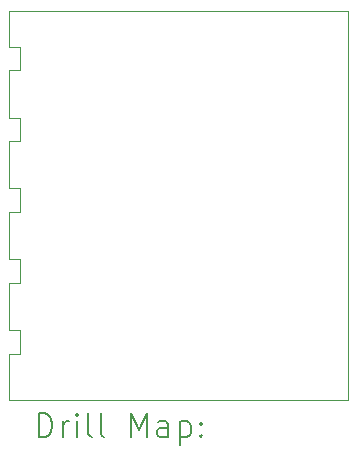
<source format=gbr>
%FSLAX45Y45*%
G04 Gerber Fmt 4.5, Leading zero omitted, Abs format (unit mm)*
G04 Created by KiCad (PCBNEW (6.0.1)) date 2022-06-08 13:51:18*
%MOMM*%
%LPD*%
G01*
G04 APERTURE LIST*
%TA.AperFunction,Profile*%
%ADD10C,0.100000*%
%TD*%
%ADD11C,0.200000*%
G04 APERTURE END LIST*
D10*
X12790000Y-7490000D02*
X12790000Y-7190000D01*
X12790000Y-9290000D02*
X12880000Y-9290000D01*
X12880000Y-9890000D02*
X12880000Y-10090000D01*
X12790000Y-7190000D02*
X15659400Y-7190000D01*
X12790000Y-8690000D02*
X12790000Y-8290000D01*
X12880000Y-8090000D02*
X12880000Y-8290000D01*
X12880000Y-9290000D02*
X12880000Y-9490000D01*
X12790000Y-9890000D02*
X12880000Y-9890000D01*
X15659400Y-7190000D02*
X15659400Y-10480000D01*
X12880000Y-7490000D02*
X12880000Y-7690000D01*
X12880000Y-8690000D02*
X12880000Y-8890000D01*
X12790000Y-10480000D02*
X12790000Y-10090000D01*
X12790000Y-8090000D02*
X12880000Y-8090000D01*
X12790000Y-9290000D02*
X12790000Y-8890000D01*
X12880000Y-8290000D02*
X12790000Y-8290000D01*
X12790000Y-8090000D02*
X12790000Y-7690000D01*
X12790000Y-7490000D02*
X12880000Y-7490000D01*
X12880000Y-7690000D02*
X12790000Y-7690000D01*
X12790000Y-9890000D02*
X12790000Y-9490000D01*
X12880000Y-8890000D02*
X12790000Y-8890000D01*
X15659400Y-10480000D02*
X12790000Y-10480000D01*
X12880000Y-10090000D02*
X12790000Y-10090000D01*
X12880000Y-9490000D02*
X12790000Y-9490000D01*
X12790000Y-8690000D02*
X12880000Y-8690000D01*
D11*
X13042619Y-10795476D02*
X13042619Y-10595476D01*
X13090238Y-10595476D01*
X13118809Y-10605000D01*
X13137857Y-10624048D01*
X13147381Y-10643095D01*
X13156905Y-10681190D01*
X13156905Y-10709762D01*
X13147381Y-10747857D01*
X13137857Y-10766905D01*
X13118809Y-10785952D01*
X13090238Y-10795476D01*
X13042619Y-10795476D01*
X13242619Y-10795476D02*
X13242619Y-10662143D01*
X13242619Y-10700238D02*
X13252143Y-10681190D01*
X13261667Y-10671667D01*
X13280714Y-10662143D01*
X13299762Y-10662143D01*
X13366428Y-10795476D02*
X13366428Y-10662143D01*
X13366428Y-10595476D02*
X13356905Y-10605000D01*
X13366428Y-10614524D01*
X13375952Y-10605000D01*
X13366428Y-10595476D01*
X13366428Y-10614524D01*
X13490238Y-10795476D02*
X13471190Y-10785952D01*
X13461667Y-10766905D01*
X13461667Y-10595476D01*
X13595000Y-10795476D02*
X13575952Y-10785952D01*
X13566428Y-10766905D01*
X13566428Y-10595476D01*
X13823571Y-10795476D02*
X13823571Y-10595476D01*
X13890238Y-10738333D01*
X13956905Y-10595476D01*
X13956905Y-10795476D01*
X14137857Y-10795476D02*
X14137857Y-10690714D01*
X14128333Y-10671667D01*
X14109286Y-10662143D01*
X14071190Y-10662143D01*
X14052143Y-10671667D01*
X14137857Y-10785952D02*
X14118809Y-10795476D01*
X14071190Y-10795476D01*
X14052143Y-10785952D01*
X14042619Y-10766905D01*
X14042619Y-10747857D01*
X14052143Y-10728810D01*
X14071190Y-10719286D01*
X14118809Y-10719286D01*
X14137857Y-10709762D01*
X14233095Y-10662143D02*
X14233095Y-10862143D01*
X14233095Y-10671667D02*
X14252143Y-10662143D01*
X14290238Y-10662143D01*
X14309286Y-10671667D01*
X14318809Y-10681190D01*
X14328333Y-10700238D01*
X14328333Y-10757381D01*
X14318809Y-10776429D01*
X14309286Y-10785952D01*
X14290238Y-10795476D01*
X14252143Y-10795476D01*
X14233095Y-10785952D01*
X14414048Y-10776429D02*
X14423571Y-10785952D01*
X14414048Y-10795476D01*
X14404524Y-10785952D01*
X14414048Y-10776429D01*
X14414048Y-10795476D01*
X14414048Y-10671667D02*
X14423571Y-10681190D01*
X14414048Y-10690714D01*
X14404524Y-10681190D01*
X14414048Y-10671667D01*
X14414048Y-10690714D01*
M02*

</source>
